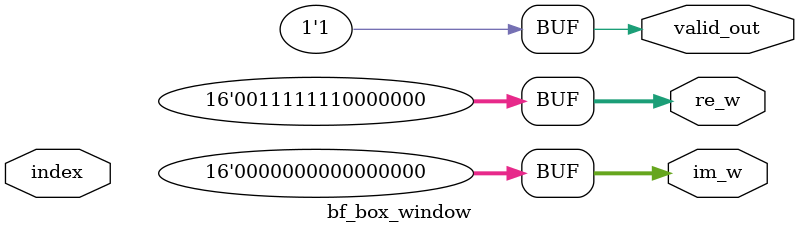
<source format=v>
`timescale 1ns / 1ps


module bf_box_window(index, re_w, im_w, valid_out);
parameter W = 4; // W = width of the window
input wire [$clog2(W)-1:0] index; //index will be useful in the case we implement
                                  //windows of different values,
                                  //the list can be generated on matlab/python
                                  //then made into a rom and read them. 
output [15:0] re_w;
output [15:0] im_w;
output valid_out;
localparam [15:0] fp_one = 16'h3F80;
localparam [15:0] fp_zero = 16'h0000;
                                 //might be useful later

 assign re_w = fp_one;
 assign im_w = fp_zero;
 assign valid_out = 1'b1;


endmodule

</source>
